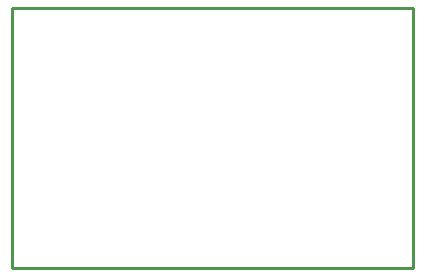
<source format=gko>
%FSLAX25Y25*%
%MOIN*%
G70*
G01*
G75*
G04 Layer_Color=16711935*
%ADD10R,0.11811X0.05906*%
%ADD11R,0.11811X0.03937*%
%ADD12C,0.02000*%
%ADD13C,0.06000*%
%ADD14C,0.11811*%
%ADD15C,0.03937*%
%ADD16C,0.23622*%
%ADD17C,0.00030*%
%ADD18C,0.01000*%
%ADD19C,0.05906*%
%ADD20C,0.00787*%
%ADD21R,0.12611X0.06706*%
%ADD22R,0.12611X0.04737*%
%ADD23C,0.06800*%
%ADD24C,0.12611*%
D18*
X0Y86614D02*
X133858D01*
X0Y0D02*
Y86614D01*
Y0D02*
X133858D01*
Y86614D01*
M02*

</source>
